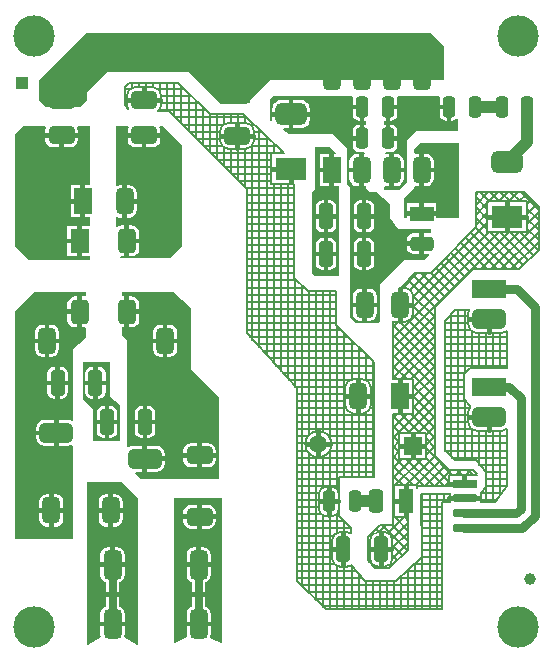
<source format=gbl>
G04*
G04 #@! TF.GenerationSoftware,Altium Limited,Altium Designer,18.1.7 (191)*
G04*
G04 Layer_Physical_Order=2*
G04 Layer_Color=16711680*
%FSLAX25Y25*%
%MOIN*%
G70*
G01*
G75*
%ADD30R,0.05906X0.08661*%
G04:AMPARAMS|DCode=31|XSize=59.06mil|YSize=86.61mil|CornerRadius=14.76mil|HoleSize=0mil|Usage=FLASHONLY|Rotation=0.000|XOffset=0mil|YOffset=0mil|HoleType=Round|Shape=RoundedRectangle|*
%AMROUNDEDRECTD31*
21,1,0.05906,0.05709,0,0,0.0*
21,1,0.02953,0.08661,0,0,0.0*
1,1,0.02953,0.01476,-0.02854*
1,1,0.02953,-0.01476,-0.02854*
1,1,0.02953,-0.01476,0.02854*
1,1,0.02953,0.01476,0.02854*
%
%ADD31ROUNDEDRECTD31*%
%ADD32R,0.04724X0.07874*%
G04:AMPARAMS|DCode=33|XSize=47.24mil|YSize=78.74mil|CornerRadius=11.81mil|HoleSize=0mil|Usage=FLASHONLY|Rotation=180.000|XOffset=0mil|YOffset=0mil|HoleType=Round|Shape=RoundedRectangle|*
%AMROUNDEDRECTD33*
21,1,0.04724,0.05512,0,0,180.0*
21,1,0.02362,0.07874,0,0,180.0*
1,1,0.02362,-0.01181,0.02756*
1,1,0.02362,0.01181,0.02756*
1,1,0.02362,0.01181,-0.02756*
1,1,0.02362,-0.01181,-0.02756*
%
%ADD33ROUNDEDRECTD33*%
%ADD34R,0.08661X0.05906*%
G04:AMPARAMS|DCode=35|XSize=59.06mil|YSize=86.61mil|CornerRadius=14.76mil|HoleSize=0mil|Usage=FLASHONLY|Rotation=270.000|XOffset=0mil|YOffset=0mil|HoleType=Round|Shape=RoundedRectangle|*
%AMROUNDEDRECTD35*
21,1,0.05906,0.05709,0,0,270.0*
21,1,0.02953,0.08661,0,0,270.0*
1,1,0.02953,-0.02854,-0.01476*
1,1,0.02953,-0.02854,0.01476*
1,1,0.02953,0.02854,0.01476*
1,1,0.02953,0.02854,-0.01476*
%
%ADD35ROUNDEDRECTD35*%
%ADD36R,0.07874X0.04724*%
G04:AMPARAMS|DCode=37|XSize=47.24mil|YSize=78.74mil|CornerRadius=11.81mil|HoleSize=0mil|Usage=FLASHONLY|Rotation=90.000|XOffset=0mil|YOffset=0mil|HoleType=Round|Shape=RoundedRectangle|*
%AMROUNDEDRECTD37*
21,1,0.04724,0.05512,0,0,90.0*
21,1,0.02362,0.07874,0,0,90.0*
1,1,0.02362,0.02756,0.01181*
1,1,0.02362,0.02756,-0.01181*
1,1,0.02362,-0.02756,-0.01181*
1,1,0.02362,-0.02756,0.01181*
%
%ADD37ROUNDEDRECTD37*%
G04:AMPARAMS|DCode=38|XSize=112.21mil|YSize=64.96mil|CornerRadius=16.24mil|HoleSize=0mil|Usage=FLASHONLY|Rotation=180.000|XOffset=0mil|YOffset=0mil|HoleType=Round|Shape=RoundedRectangle|*
%AMROUNDEDRECTD38*
21,1,0.11221,0.03248,0,0,180.0*
21,1,0.07972,0.06496,0,0,180.0*
1,1,0.03248,-0.03986,0.01624*
1,1,0.03248,0.03986,0.01624*
1,1,0.03248,0.03986,-0.01624*
1,1,0.03248,-0.03986,-0.01624*
%
%ADD38ROUNDEDRECTD38*%
G04:AMPARAMS|DCode=39|XSize=29.53mil|YSize=78.74mil|CornerRadius=7.38mil|HoleSize=0mil|Usage=FLASHONLY|Rotation=90.000|XOffset=0mil|YOffset=0mil|HoleType=Round|Shape=RoundedRectangle|*
%AMROUNDEDRECTD39*
21,1,0.02953,0.06398,0,0,90.0*
21,1,0.01476,0.07874,0,0,90.0*
1,1,0.01476,0.03199,0.00738*
1,1,0.01476,0.03199,-0.00738*
1,1,0.01476,-0.03199,-0.00738*
1,1,0.01476,-0.03199,0.00738*
%
%ADD39ROUNDEDRECTD39*%
%ADD40R,0.07874X0.02953*%
%ADD41R,0.11221X0.06496*%
G04:AMPARAMS|DCode=42|XSize=64.96mil|YSize=112.21mil|CornerRadius=16.24mil|HoleSize=0mil|Usage=FLASHONLY|Rotation=90.000|XOffset=0mil|YOffset=0mil|HoleType=Round|Shape=RoundedRectangle|*
%AMROUNDEDRECTD42*
21,1,0.06496,0.07972,0,0,90.0*
21,1,0.03248,0.11221,0,0,90.0*
1,1,0.03248,0.03986,0.01624*
1,1,0.03248,0.03986,-0.01624*
1,1,0.03248,-0.03986,-0.01624*
1,1,0.03248,-0.03986,0.01624*
%
%ADD42ROUNDEDRECTD42*%
%ADD43C,0.13780*%
%ADD44C,0.00800*%
%ADD45R,0.06102X0.08268*%
G04:AMPARAMS|DCode=46|XSize=82.68mil|YSize=61.02mil|CornerRadius=15.26mil|HoleSize=0mil|Usage=FLASHONLY|Rotation=90.000|XOffset=0mil|YOffset=0mil|HoleType=Round|Shape=RoundedRectangle|*
%AMROUNDEDRECTD46*
21,1,0.08268,0.03051,0,0,90.0*
21,1,0.05217,0.06102,0,0,90.0*
1,1,0.03051,0.01526,0.02608*
1,1,0.03051,0.01526,-0.02608*
1,1,0.03051,-0.01526,-0.02608*
1,1,0.03051,-0.01526,0.02608*
%
%ADD46ROUNDEDRECTD46*%
%ADD47C,0.05906*%
%ADD48R,0.05906X0.05906*%
%ADD49R,0.02559X0.10433*%
G04:AMPARAMS|DCode=50|XSize=86.61mil|YSize=47.24mil|CornerRadius=11.81mil|HoleSize=0mil|Usage=FLASHONLY|Rotation=90.000|XOffset=0mil|YOffset=0mil|HoleType=Round|Shape=RoundedRectangle|*
%AMROUNDEDRECTD50*
21,1,0.08661,0.02362,0,0,90.0*
21,1,0.06299,0.04724,0,0,90.0*
1,1,0.02362,0.01181,0.03150*
1,1,0.02362,0.01181,-0.03150*
1,1,0.02362,-0.01181,-0.03150*
1,1,0.02362,-0.01181,0.03150*
%
%ADD50ROUNDEDRECTD50*%
G04:AMPARAMS|DCode=51|XSize=70.87mil|YSize=39.37mil|CornerRadius=9.84mil|HoleSize=0mil|Usage=FLASHONLY|Rotation=90.000|XOffset=0mil|YOffset=0mil|HoleType=Round|Shape=RoundedRectangle|*
%AMROUNDEDRECTD51*
21,1,0.07087,0.01968,0,0,90.0*
21,1,0.05118,0.03937,0,0,90.0*
1,1,0.01968,0.00984,0.02559*
1,1,0.01968,0.00984,-0.02559*
1,1,0.01968,-0.00984,-0.02559*
1,1,0.01968,-0.00984,0.02559*
%
%ADD51ROUNDEDRECTD51*%
G04:AMPARAMS|DCode=52|XSize=104.33mil|YSize=72.84mil|CornerRadius=18.21mil|HoleSize=0mil|Usage=FLASHONLY|Rotation=0.000|XOffset=0mil|YOffset=0mil|HoleType=Round|Shape=RoundedRectangle|*
%AMROUNDEDRECTD52*
21,1,0.10433,0.03642,0,0,0.0*
21,1,0.06791,0.07284,0,0,0.0*
1,1,0.03642,0.03396,-0.01821*
1,1,0.03642,-0.03396,-0.01821*
1,1,0.03642,-0.03396,0.01821*
1,1,0.03642,0.03396,0.01821*
%
%ADD52ROUNDEDRECTD52*%
%ADD53R,0.10433X0.07284*%
%ADD54R,0.03937X0.03937*%
%ADD55C,0.03937*%
%ADD56C,0.01575*%
%ADD57C,0.05906*%
%ADD58C,0.02953*%
%ADD59C,0.03937*%
G04:AMPARAMS|DCode=60|XSize=98.43mil|YSize=59.06mil|CornerRadius=14.76mil|HoleSize=0mil|Usage=FLASHONLY|Rotation=90.000|XOffset=0mil|YOffset=0mil|HoleType=Round|Shape=RoundedRectangle|*
%AMROUNDEDRECTD60*
21,1,0.09843,0.02953,0,0,90.0*
21,1,0.06890,0.05906,0,0,90.0*
1,1,0.02953,0.01476,0.03445*
1,1,0.02953,0.01476,-0.03445*
1,1,0.02953,-0.01476,-0.03445*
1,1,0.02953,-0.01476,0.03445*
%
%ADD60ROUNDEDRECTD60*%
G36*
X150500Y207000D02*
X150500Y196000D01*
X92597Y196000D01*
X84597Y188000D01*
X76000Y188000D01*
X65500Y198500D01*
X38295Y198500D01*
X31500Y191705D01*
X31500Y189354D01*
X29374Y187000D01*
X17850D01*
X15500Y189350D01*
X15500Y196000D01*
X31000Y211500D01*
X146000D01*
X150500Y207000D01*
D02*
G37*
G36*
X63295Y173995D02*
X63295Y140766D01*
X59029Y136500D01*
X42750Y136500D01*
X42580Y136749D01*
X42878Y137199D01*
X43238Y137128D01*
X43976D01*
Y142311D01*
Y147494D01*
X43238D01*
X42253Y147298D01*
X41500Y146795D01*
X41000Y146947D01*
Y150155D01*
X41441Y150391D01*
X41557Y150313D01*
X42524Y150121D01*
X43213D01*
Y155500D01*
Y160879D01*
X42524D01*
X41557Y160687D01*
X41441Y160609D01*
X41000Y160845D01*
Y180500D01*
X45155D01*
X45391Y180059D01*
X45313Y179943D01*
X45121Y178976D01*
Y178287D01*
X50500D01*
X55879D01*
Y178976D01*
X55687Y179943D01*
X55609Y180059D01*
X55845Y180500D01*
X56790D01*
X63295Y173995D01*
D02*
G37*
G36*
X32500Y160831D02*
X30787D01*
Y155500D01*
Y150169D01*
X32500D01*
Y147445D01*
X29803D01*
Y142311D01*
Y137177D01*
X32500D01*
Y136000D01*
X12000D01*
X7500Y140500D01*
X7500Y178000D01*
X10000Y180500D01*
X17655Y180500D01*
X17891Y180059D01*
X17813Y179943D01*
X17621Y178976D01*
Y178287D01*
X23000D01*
X28379D01*
Y178976D01*
X28187Y179943D01*
X28109Y180059D01*
X28345Y180500D01*
X32500Y180500D01*
Y160831D01*
D02*
G37*
G36*
X155500Y150106D02*
X147937D01*
Y150657D01*
X143000D01*
X138063D01*
Y150106D01*
X137087D01*
X137087Y156455D01*
X140500Y159868D01*
Y160263D01*
X141000Y160674D01*
X141524Y160570D01*
X142213D01*
Y165949D01*
Y171328D01*
X141524D01*
X141000Y171224D01*
X140500Y171634D01*
Y173032D01*
X142408Y174940D01*
X155500D01*
Y150106D01*
D02*
G37*
G36*
X149258Y190043D02*
X149162Y189559D01*
Y187787D01*
X152169D01*
Y187000D01*
X152957D01*
Y182418D01*
X153153D01*
X153928Y182572D01*
X154500Y182954D01*
X155000Y182801D01*
Y179059D01*
X141193D01*
X138000Y175866D01*
X138000Y161760D01*
X135607Y159368D01*
X130863Y159368D01*
X130500Y159705D01*
Y160263D01*
X131000Y160674D01*
X131524Y160570D01*
X132213D01*
Y165949D01*
Y171328D01*
X131524D01*
X131260Y171276D01*
X130896Y171574D01*
X131212Y171918D01*
X132815D01*
X133589Y172072D01*
X134246Y172510D01*
X134684Y173167D01*
X134838Y173941D01*
Y175713D01*
X131831D01*
Y176500D01*
X131043D01*
Y181082D01*
X130847D01*
X130500Y181367D01*
Y182133D01*
X130847Y182418D01*
X131043D01*
Y187000D01*
X131831D01*
Y187787D01*
X134838D01*
Y189559D01*
X134742Y190043D01*
X135099Y190543D01*
X148901Y190543D01*
X149258Y190043D01*
D02*
G37*
G36*
X120249Y190000D02*
X120162Y189559D01*
Y187787D01*
X123169D01*
Y187000D01*
X123957D01*
Y182418D01*
X124153D01*
X124500Y182133D01*
Y181367D01*
X124153Y181082D01*
X123957D01*
Y176500D01*
X123169D01*
Y175713D01*
X120162D01*
Y173941D01*
X120316Y173167D01*
X120754Y172510D01*
X121411Y172072D01*
X122185Y171918D01*
X123764D01*
X124116Y171418D01*
X124084Y171328D01*
X123787D01*
Y165949D01*
Y160570D01*
X124476D01*
X124500Y160550D01*
Y159815D01*
X125970Y158500D01*
X127833D01*
X132500Y154500D01*
Y150025D01*
X135126Y146445D01*
X146000D01*
Y145050D01*
X145756Y144850D01*
X143787D01*
Y141445D01*
Y138040D01*
X145357D01*
X145564Y137540D01*
X144024Y136000D01*
X137126Y136000D01*
X129000Y127874D01*
X129000Y115354D01*
X128647Y115000D01*
X121093Y115000D01*
X119127Y116967D01*
X119127Y160316D01*
X118000Y161443D01*
X118000Y173295D01*
X113295Y178000D01*
X98983D01*
X96949Y179412D01*
X97098Y179889D01*
X98713D01*
Y183768D01*
X93259D01*
Y182734D01*
X93263Y182704D01*
X92826Y182432D01*
X92500Y182634D01*
X92500Y189500D01*
X93519Y190500D01*
X119872D01*
X120249Y190000D01*
D02*
G37*
G36*
X112500Y173646D02*
X114404Y171741D01*
X114213Y171280D01*
X113787D01*
Y165949D01*
Y160618D01*
X115492D01*
X115492Y130500D01*
X107500D01*
X106346Y131654D01*
X106346Y158366D01*
X107657Y159677D01*
X107657Y173646D01*
X112500Y173646D01*
D02*
G37*
G36*
X31000Y125185D02*
Y124175D01*
X30673Y123907D01*
X30500Y123872D01*
X29803D01*
Y118689D01*
Y113506D01*
X30541D01*
X30613Y113520D01*
X31000Y113203D01*
Y110035D01*
X26819Y106146D01*
X26861Y82585D01*
X26362Y82323D01*
X25907Y82511D01*
X25222Y82601D01*
X22024D01*
Y78331D01*
Y74060D01*
X25222D01*
X25907Y74150D01*
X26376Y74344D01*
X26877Y74092D01*
X26932Y43354D01*
X26579Y43000D01*
X7500Y43000D01*
X7500Y119000D01*
X13685Y125185D01*
X31000Y125185D01*
D02*
G37*
G36*
X39000Y102000D02*
Y90254D01*
X42500Y87573D01*
X42500Y75500D01*
X33500Y75500D01*
X33500Y86393D01*
X30000Y89343D01*
Y102000D01*
X39000Y102000D01*
D02*
G37*
G36*
X66000Y120000D02*
X66000Y99500D01*
X75349Y90151D01*
Y62992D01*
X49575D01*
X47630Y64937D01*
X47821Y65399D01*
X49976D01*
Y69669D01*
Y73940D01*
X46778D01*
X46093Y73850D01*
X45454Y73585D01*
X45287Y73457D01*
X44787Y73703D01*
Y109213D01*
X43067Y110933D01*
X43067Y110933D01*
X43067Y110933D01*
Y113365D01*
X43238Y113506D01*
X43976D01*
Y118689D01*
Y123872D01*
X43238D01*
X43067Y124013D01*
Y125185D01*
X52185Y125185D01*
X60205D01*
X66000Y120000D01*
D02*
G37*
G36*
X76500Y8476D02*
X76075Y8213D01*
X72600Y9950D01*
X72522Y10246D01*
X72714Y11213D01*
Y13870D01*
X68713D01*
X64711D01*
Y11213D01*
X64903Y10246D01*
X64890Y10195D01*
X60925Y8213D01*
X60500Y8476D01*
Y56630D01*
X76500Y56630D01*
X76500Y8476D01*
D02*
G37*
G36*
X48500Y56630D02*
Y7995D01*
X48068Y7743D01*
X43838Y10125D01*
X43809Y10246D01*
X44001Y11213D01*
Y13870D01*
X40000D01*
X35999D01*
Y11213D01*
X36166Y10373D01*
X31936Y7769D01*
X31500Y8013D01*
Y61811D01*
X43319D01*
X48500Y56630D01*
D02*
G37*
%LPC*%
G36*
X55879Y176713D02*
X51287D01*
Y173499D01*
X53354D01*
X54321Y173691D01*
X55140Y174238D01*
X55687Y175057D01*
X55879Y176024D01*
Y176713D01*
D02*
G37*
G36*
X49713D02*
X45121D01*
Y176024D01*
X45313Y175057D01*
X45860Y174238D01*
X46679Y173691D01*
X47646Y173499D01*
X49713D01*
Y176713D01*
D02*
G37*
G36*
X45476Y160879D02*
X44787D01*
Y156287D01*
X48001D01*
Y158354D01*
X47809Y159321D01*
X47262Y160140D01*
X46443Y160687D01*
X45476Y160879D01*
D02*
G37*
G36*
X48001Y154713D02*
X44787D01*
Y150121D01*
X45476D01*
X46443Y150313D01*
X47262Y150860D01*
X47809Y151679D01*
X48001Y152646D01*
Y154713D01*
D02*
G37*
G36*
X46289Y147494D02*
X45551D01*
Y143098D01*
X48864D01*
Y144919D01*
X48669Y145905D01*
X48110Y146740D01*
X47275Y147298D01*
X46289Y147494D01*
D02*
G37*
G36*
X48864Y141524D02*
X45551D01*
Y137128D01*
X46289D01*
X47275Y137324D01*
X48110Y137882D01*
X48669Y138717D01*
X48864Y139703D01*
Y141524D01*
D02*
G37*
G36*
X28379Y176713D02*
X23787D01*
Y173499D01*
X25854D01*
X26821Y173691D01*
X27640Y174238D01*
X28187Y175057D01*
X28379Y176024D01*
Y176713D01*
D02*
G37*
G36*
X22213D02*
X17621D01*
Y176024D01*
X17813Y175057D01*
X18360Y174238D01*
X19179Y173691D01*
X20146Y173499D01*
X22213D01*
Y176713D01*
D02*
G37*
G36*
X29213Y160831D02*
X26047D01*
Y156287D01*
X29213D01*
Y160831D01*
D02*
G37*
G36*
Y154713D02*
X26047D01*
Y150169D01*
X29213D01*
Y154713D01*
D02*
G37*
G36*
X28228Y147445D02*
X24965D01*
Y143098D01*
X28228D01*
Y147445D01*
D02*
G37*
G36*
Y141524D02*
X24965D01*
Y137177D01*
X28228D01*
Y141524D01*
D02*
G37*
G36*
X144476Y171328D02*
X143787D01*
Y166736D01*
X147001D01*
Y168803D01*
X146809Y169769D01*
X146262Y170589D01*
X145443Y171136D01*
X144476Y171328D01*
D02*
G37*
G36*
X147001Y165161D02*
X143787D01*
Y160570D01*
X144476D01*
X145443Y160762D01*
X146262Y161309D01*
X146809Y162128D01*
X147001Y163094D01*
Y165161D01*
D02*
G37*
G36*
X147937Y154807D02*
X143787D01*
Y152232D01*
X147937D01*
Y154807D01*
D02*
G37*
G36*
X142213D02*
X138063D01*
Y152232D01*
X142213D01*
Y154807D01*
D02*
G37*
G36*
X151382Y186213D02*
X149162D01*
Y184441D01*
X149316Y183667D01*
X149754Y183010D01*
X150411Y182572D01*
X151185Y182418D01*
X151382D01*
Y186213D01*
D02*
G37*
G36*
X134838D02*
X132618D01*
Y182418D01*
X132815D01*
X133589Y182572D01*
X134246Y183010D01*
X134684Y183667D01*
X134838Y184441D01*
Y186213D01*
D02*
G37*
G36*
X132815Y181082D02*
X132618D01*
Y177287D01*
X134838D01*
Y179059D01*
X134684Y179833D01*
X134246Y180490D01*
X133589Y180928D01*
X132815Y181082D01*
D02*
G37*
G36*
X134476Y171328D02*
X133787D01*
Y166736D01*
X137001D01*
Y168803D01*
X136809Y169769D01*
X136262Y170589D01*
X135443Y171136D01*
X134476Y171328D01*
D02*
G37*
G36*
X137001Y165161D02*
X133787D01*
Y160570D01*
X134476D01*
X135443Y160762D01*
X136262Y161309D01*
X136809Y162128D01*
X137001Y163094D01*
Y165161D01*
D02*
G37*
G36*
X102896Y189221D02*
X100287D01*
Y185343D01*
X105741D01*
Y186376D01*
X105644Y187112D01*
X105360Y187799D01*
X104908Y188388D01*
X104318Y188840D01*
X103632Y189124D01*
X102896Y189221D01*
D02*
G37*
G36*
X98713D02*
X96104D01*
X95368Y189124D01*
X94682Y188840D01*
X94093Y188388D01*
X93640Y187799D01*
X93356Y187112D01*
X93259Y186376D01*
Y185343D01*
X98713D01*
Y189221D01*
D02*
G37*
G36*
X122382Y186213D02*
X120162D01*
Y184441D01*
X120316Y183667D01*
X120754Y183010D01*
X121411Y182572D01*
X122185Y182418D01*
X122382D01*
Y186213D01*
D02*
G37*
G36*
X105741Y183768D02*
X100287D01*
Y179889D01*
X102896D01*
X103632Y179986D01*
X104318Y180270D01*
X104908Y180722D01*
X105360Y181312D01*
X105644Y181998D01*
X105741Y182734D01*
Y183768D01*
D02*
G37*
G36*
X122382Y181082D02*
X122185D01*
X121411Y180928D01*
X120754Y180490D01*
X120316Y179833D01*
X120162Y179059D01*
Y177287D01*
X122382D01*
Y181082D01*
D02*
G37*
G36*
X122213Y171328D02*
X121524D01*
X120557Y171136D01*
X119738Y170589D01*
X119191Y169769D01*
X118999Y168803D01*
Y166736D01*
X122213D01*
Y171328D01*
D02*
G37*
G36*
Y165161D02*
X118999D01*
Y163094D01*
X119191Y162128D01*
X119738Y161309D01*
X120557Y160762D01*
X121524Y160570D01*
X122213D01*
Y165161D01*
D02*
G37*
G36*
X124980Y155873D02*
X124587D01*
Y151287D01*
X127204D01*
Y153650D01*
X127035Y154501D01*
X126553Y155222D01*
X125831Y155704D01*
X124980Y155873D01*
D02*
G37*
G36*
X123012D02*
X122618D01*
X121767Y155704D01*
X121046Y155222D01*
X120564Y154501D01*
X120394Y153650D01*
Y151287D01*
X123012D01*
Y155873D01*
D02*
G37*
G36*
X127204Y149713D02*
X124587D01*
Y145127D01*
X124980D01*
X125831Y145296D01*
X126553Y145778D01*
X127035Y146499D01*
X127204Y147350D01*
Y149713D01*
D02*
G37*
G36*
X123012D02*
X120394D01*
Y147350D01*
X120564Y146499D01*
X121046Y145778D01*
X121767Y145296D01*
X122618Y145127D01*
X123012D01*
Y149713D01*
D02*
G37*
G36*
X142213Y144850D02*
X140244D01*
X139393Y144680D01*
X138672Y144198D01*
X138189Y143477D01*
X138020Y142626D01*
Y142232D01*
X142213D01*
Y144850D01*
D02*
G37*
G36*
X124980Y143373D02*
X124587D01*
Y138787D01*
X127204D01*
Y141150D01*
X127035Y142001D01*
X126553Y142722D01*
X125831Y143204D01*
X124980Y143373D01*
D02*
G37*
G36*
X123012D02*
X122618D01*
X121767Y143204D01*
X121046Y142722D01*
X120564Y142001D01*
X120394Y141150D01*
Y138787D01*
X123012D01*
Y143373D01*
D02*
G37*
G36*
X142213Y140657D02*
X138020D01*
Y140264D01*
X138189Y139413D01*
X138672Y138691D01*
X139393Y138209D01*
X140244Y138040D01*
X142213D01*
Y140657D01*
D02*
G37*
G36*
X127204Y137213D02*
X124587D01*
Y132627D01*
X124980D01*
X125831Y132796D01*
X126553Y133278D01*
X127035Y133999D01*
X127204Y134850D01*
Y137213D01*
D02*
G37*
G36*
X123012D02*
X120394D01*
Y134850D01*
X120564Y133999D01*
X121046Y133278D01*
X121767Y132796D01*
X122618Y132627D01*
X123012D01*
Y137213D01*
D02*
G37*
G36*
X125571Y126379D02*
X124882D01*
Y121787D01*
X128096D01*
Y123854D01*
X127903Y124821D01*
X127356Y125640D01*
X126537Y126187D01*
X125571Y126379D01*
D02*
G37*
G36*
X123307D02*
X122618D01*
X121652Y126187D01*
X120833Y125640D01*
X120285Y124821D01*
X120093Y123854D01*
Y121787D01*
X123307D01*
Y126379D01*
D02*
G37*
G36*
X128096Y120213D02*
X124882D01*
Y115621D01*
X125571D01*
X126537Y115813D01*
X127356Y116360D01*
X127903Y117179D01*
X128096Y118146D01*
Y120213D01*
D02*
G37*
G36*
X123307D02*
X120093D01*
Y118146D01*
X120285Y117179D01*
X120833Y116360D01*
X121652Y115813D01*
X122618Y115621D01*
X123307D01*
Y120213D01*
D02*
G37*
G36*
X112213Y171280D02*
X109047D01*
Y166736D01*
X112213D01*
Y171280D01*
D02*
G37*
G36*
Y165161D02*
X109047D01*
Y160618D01*
X112213D01*
Y165161D01*
D02*
G37*
G36*
X112382Y155873D02*
X111988D01*
Y151287D01*
X114606D01*
Y153650D01*
X114436Y154501D01*
X113954Y155222D01*
X113233Y155704D01*
X112382Y155873D01*
D02*
G37*
G36*
X110413D02*
X110020D01*
X109169Y155704D01*
X108447Y155222D01*
X107965Y154501D01*
X107796Y153650D01*
Y151287D01*
X110413D01*
Y155873D01*
D02*
G37*
G36*
X114606Y149713D02*
X111988D01*
Y145127D01*
X112382D01*
X113233Y145296D01*
X113954Y145778D01*
X114436Y146499D01*
X114606Y147350D01*
Y149713D01*
D02*
G37*
G36*
X110413D02*
X107796D01*
Y147350D01*
X107965Y146499D01*
X108447Y145778D01*
X109169Y145296D01*
X110020Y145127D01*
X110413D01*
Y149713D01*
D02*
G37*
G36*
X112382Y143373D02*
X111988D01*
Y138787D01*
X114606D01*
Y141150D01*
X114436Y142001D01*
X113954Y142722D01*
X113233Y143204D01*
X112382Y143373D01*
D02*
G37*
G36*
X110413D02*
X110020D01*
X109169Y143204D01*
X108447Y142722D01*
X107965Y142001D01*
X107796Y141150D01*
Y138787D01*
X110413D01*
Y143373D01*
D02*
G37*
G36*
X114606Y137213D02*
X111988D01*
Y132627D01*
X112382D01*
X113233Y132796D01*
X113954Y133278D01*
X114436Y133999D01*
X114606Y134850D01*
Y137213D01*
D02*
G37*
G36*
X110413D02*
X107796D01*
Y134850D01*
X107965Y133999D01*
X108447Y133278D01*
X109169Y132796D01*
X110020Y132627D01*
X110413D01*
Y137213D01*
D02*
G37*
G36*
X28228Y123872D02*
X27490D01*
X26505Y123676D01*
X25669Y123118D01*
X25111Y122283D01*
X24915Y121297D01*
Y119476D01*
X28228D01*
Y123872D01*
D02*
G37*
G36*
Y117902D02*
X24915D01*
Y116081D01*
X25111Y115095D01*
X25669Y114260D01*
X26505Y113702D01*
X27490Y113506D01*
X28228D01*
Y117902D01*
D02*
G37*
G36*
X19634Y114379D02*
X18945D01*
Y109787D01*
X22159D01*
Y111854D01*
X21967Y112821D01*
X21419Y113640D01*
X20600Y114187D01*
X19634Y114379D01*
D02*
G37*
G36*
X17370D02*
X16681D01*
X15715Y114187D01*
X14896Y113640D01*
X14348Y112821D01*
X14156Y111854D01*
Y109787D01*
X17370D01*
Y114379D01*
D02*
G37*
G36*
X22159Y108213D02*
X18945D01*
Y103621D01*
X19634D01*
X20600Y103813D01*
X21419Y104360D01*
X21967Y105179D01*
X22159Y106146D01*
Y108213D01*
D02*
G37*
G36*
X17370D02*
X14156D01*
Y106146D01*
X14348Y105179D01*
X14896Y104360D01*
X15715Y103813D01*
X16681Y103621D01*
X17370D01*
Y108213D01*
D02*
G37*
G36*
X22882Y100373D02*
X22488D01*
Y95787D01*
X25106D01*
Y98150D01*
X24936Y99001D01*
X24454Y99722D01*
X23733Y100204D01*
X22882Y100373D01*
D02*
G37*
G36*
X20913D02*
X20520D01*
X19669Y100204D01*
X18947Y99722D01*
X18465Y99001D01*
X18296Y98150D01*
Y95787D01*
X20913D01*
Y100373D01*
D02*
G37*
G36*
X25106Y94213D02*
X22488D01*
Y89627D01*
X22882D01*
X23733Y89796D01*
X24454Y90278D01*
X24936Y90999D01*
X25106Y91850D01*
Y94213D01*
D02*
G37*
G36*
X20913D02*
X18296D01*
Y91850D01*
X18465Y90999D01*
X18947Y90278D01*
X19669Y89796D01*
X20520Y89627D01*
X20913D01*
Y94213D01*
D02*
G37*
G36*
X20449Y82601D02*
X17250D01*
X16565Y82511D01*
X15927Y82247D01*
X15379Y81826D01*
X14958Y81278D01*
X14694Y80640D01*
X14603Y79955D01*
Y79118D01*
X20449D01*
Y82601D01*
D02*
G37*
G36*
Y77543D02*
X14603D01*
Y76707D01*
X14694Y76022D01*
X14958Y75384D01*
X15379Y74835D01*
X15927Y74415D01*
X16565Y74150D01*
X17250Y74060D01*
X20449D01*
Y77543D01*
D02*
G37*
G36*
X21134Y57879D02*
X20445D01*
Y53287D01*
X23659D01*
Y55354D01*
X23466Y56321D01*
X22919Y57140D01*
X22100Y57687D01*
X21134Y57879D01*
D02*
G37*
G36*
X18870D02*
X18181D01*
X17215Y57687D01*
X16396Y57140D01*
X15848Y56321D01*
X15656Y55354D01*
Y53287D01*
X18870D01*
Y57879D01*
D02*
G37*
G36*
X23659Y51713D02*
X20445D01*
Y47121D01*
X21134D01*
X22100Y47313D01*
X22919Y47860D01*
X23466Y48679D01*
X23659Y49646D01*
Y51713D01*
D02*
G37*
G36*
X18870D02*
X15656D01*
Y49646D01*
X15848Y48679D01*
X16396Y47860D01*
X17215Y47313D01*
X18181Y47121D01*
X18870D01*
Y51713D01*
D02*
G37*
G36*
X35480Y100373D02*
X35087D01*
Y95787D01*
X37704D01*
Y98150D01*
X37535Y99001D01*
X37053Y99722D01*
X36331Y100204D01*
X35480Y100373D01*
D02*
G37*
G36*
X33512D02*
X33118D01*
X32267Y100204D01*
X31546Y99722D01*
X31064Y99001D01*
X30894Y98150D01*
Y95787D01*
X33512D01*
Y100373D01*
D02*
G37*
G36*
X37704Y94213D02*
X35087D01*
Y89627D01*
X35480D01*
X36331Y89796D01*
X37053Y90278D01*
X37535Y90999D01*
X37704Y91850D01*
Y94213D01*
D02*
G37*
G36*
X33512D02*
X30894D01*
Y91850D01*
X31064Y90999D01*
X31546Y90278D01*
X32267Y89796D01*
X33118Y89627D01*
X33512D01*
Y94213D01*
D02*
G37*
G36*
X39382Y87373D02*
X38988D01*
Y82787D01*
X41606D01*
Y85150D01*
X41436Y86001D01*
X40954Y86722D01*
X40233Y87204D01*
X39382Y87373D01*
D02*
G37*
G36*
X37413D02*
X37020D01*
X36169Y87204D01*
X35447Y86722D01*
X34965Y86001D01*
X34796Y85150D01*
Y82787D01*
X37413D01*
Y87373D01*
D02*
G37*
G36*
X41606Y81213D02*
X38988D01*
Y76627D01*
X39382D01*
X40233Y76796D01*
X40954Y77278D01*
X41436Y77999D01*
X41606Y78850D01*
Y81213D01*
D02*
G37*
G36*
X37413D02*
X34796D01*
Y78850D01*
X34965Y77999D01*
X35447Y77278D01*
X36169Y76796D01*
X37020Y76627D01*
X37413D01*
Y81213D01*
D02*
G37*
G36*
X46289Y123872D02*
X45551D01*
Y119476D01*
X48864D01*
Y121297D01*
X48669Y122283D01*
X48110Y123118D01*
X47275Y123676D01*
X46289Y123872D01*
D02*
G37*
G36*
X48864Y117902D02*
X45551D01*
Y113506D01*
X46289D01*
X47275Y113702D01*
X48110Y114260D01*
X48669Y115095D01*
X48864Y116081D01*
Y117902D01*
D02*
G37*
G36*
X59004Y114379D02*
X58315D01*
Y109787D01*
X61529D01*
Y111854D01*
X61337Y112821D01*
X60789Y113640D01*
X59970Y114187D01*
X59004Y114379D01*
D02*
G37*
G36*
X56740D02*
X56051D01*
X55085Y114187D01*
X54266Y113640D01*
X53719Y112821D01*
X53526Y111854D01*
Y109787D01*
X56740D01*
Y114379D01*
D02*
G37*
G36*
X61529Y108213D02*
X58315D01*
Y103621D01*
X59004D01*
X59970Y103813D01*
X60789Y104360D01*
X61337Y105179D01*
X61529Y106146D01*
Y108213D01*
D02*
G37*
G36*
X56740D02*
X53526D01*
Y106146D01*
X53719Y105179D01*
X54266Y104360D01*
X55085Y103813D01*
X56051Y103621D01*
X56740D01*
Y108213D01*
D02*
G37*
G36*
X51980Y87373D02*
X51587D01*
Y82787D01*
X54204D01*
Y85150D01*
X54035Y86001D01*
X53553Y86722D01*
X52831Y87204D01*
X51980Y87373D01*
D02*
G37*
G36*
X50012D02*
X49618D01*
X48767Y87204D01*
X48046Y86722D01*
X47563Y86001D01*
X47394Y85150D01*
Y82787D01*
X50012D01*
Y87373D01*
D02*
G37*
G36*
X54204Y81213D02*
X51587D01*
Y76627D01*
X51980D01*
X52831Y76796D01*
X53553Y77278D01*
X54035Y77999D01*
X54204Y78850D01*
Y81213D01*
D02*
G37*
G36*
X50012D02*
X47394D01*
Y78850D01*
X47563Y77999D01*
X48046Y77278D01*
X48767Y76796D01*
X49618Y76627D01*
X50012D01*
Y81213D01*
D02*
G37*
G36*
X71854Y74867D02*
X69787D01*
Y71653D01*
X74379D01*
Y72342D01*
X74187Y73308D01*
X73640Y74128D01*
X72821Y74675D01*
X71854Y74867D01*
D02*
G37*
G36*
X68213D02*
X66146D01*
X65179Y74675D01*
X64360Y74128D01*
X63813Y73308D01*
X63621Y72342D01*
Y71653D01*
X68213D01*
Y74867D01*
D02*
G37*
G36*
X54750Y73940D02*
X51551D01*
Y70457D01*
X57397D01*
Y71293D01*
X57306Y71978D01*
X57042Y72616D01*
X56621Y73165D01*
X56073Y73585D01*
X55435Y73850D01*
X54750Y73940D01*
D02*
G37*
G36*
X74379Y70078D02*
X69787D01*
Y66865D01*
X71854D01*
X72821Y67057D01*
X73640Y67604D01*
X74187Y68423D01*
X74379Y69389D01*
Y70078D01*
D02*
G37*
G36*
X68213D02*
X63621D01*
Y69389D01*
X63813Y68423D01*
X64360Y67604D01*
X65179Y67057D01*
X66146Y66865D01*
X68213D01*
Y70078D01*
D02*
G37*
G36*
X57397Y68882D02*
X51551D01*
Y65399D01*
X54750D01*
X55435Y65489D01*
X56073Y65753D01*
X56621Y66174D01*
X57042Y66722D01*
X57306Y67360D01*
X57397Y68045D01*
Y68882D01*
D02*
G37*
G36*
X71854Y54395D02*
X69787D01*
Y51181D01*
X74379D01*
Y51870D01*
X74187Y52836D01*
X73640Y53655D01*
X72821Y54203D01*
X71854Y54395D01*
D02*
G37*
G36*
X68213D02*
X66146D01*
X65179Y54203D01*
X64360Y53655D01*
X63813Y52836D01*
X63621Y51870D01*
Y51181D01*
X68213D01*
Y54395D01*
D02*
G37*
G36*
X74379Y49606D02*
X69787D01*
Y46392D01*
X71854D01*
X72821Y46584D01*
X73640Y47132D01*
X74187Y47951D01*
X74379Y48917D01*
Y49606D01*
D02*
G37*
G36*
X68213D02*
X63621D01*
Y48917D01*
X63813Y47951D01*
X64360Y47132D01*
X65179Y46584D01*
X66146Y46392D01*
X68213D01*
Y49606D01*
D02*
G37*
G36*
X70189Y40312D02*
X69500D01*
Y35130D01*
X72714D01*
Y37787D01*
X72522Y38754D01*
X71974Y39573D01*
X71155Y40120D01*
X70189Y40312D01*
D02*
G37*
G36*
X67925D02*
X67236D01*
X66270Y40120D01*
X65451Y39573D01*
X64903Y38754D01*
X64711Y37787D01*
Y35130D01*
X67925D01*
Y40312D01*
D02*
G37*
G36*
X72714Y33555D02*
X68713D01*
X64711D01*
Y30898D01*
X64903Y29931D01*
X65451Y29112D01*
X66270Y28565D01*
X66433Y28532D01*
Y25287D01*
X68713D01*
X70992D01*
Y28532D01*
X71155Y28565D01*
X71974Y29112D01*
X72522Y29931D01*
X72714Y30898D01*
Y33555D01*
D02*
G37*
G36*
X70992Y23713D02*
X68713D01*
X66433D01*
Y20468D01*
X66270Y20435D01*
X65451Y19888D01*
X64903Y19069D01*
X64711Y18102D01*
Y15445D01*
X68713D01*
X72714D01*
Y18102D01*
X72522Y19069D01*
X71974Y19888D01*
X71155Y20435D01*
X70992Y20468D01*
Y23713D01*
D02*
G37*
G36*
X40819Y57879D02*
X40130D01*
Y53287D01*
X43344D01*
Y55354D01*
X43152Y56321D01*
X42604Y57140D01*
X41785Y57687D01*
X40819Y57879D01*
D02*
G37*
G36*
X38555D02*
X37866D01*
X36900Y57687D01*
X36081Y57140D01*
X35534Y56321D01*
X35341Y55354D01*
Y53287D01*
X38555D01*
Y57879D01*
D02*
G37*
G36*
X43344Y51713D02*
X40130D01*
Y47121D01*
X40819D01*
X41785Y47313D01*
X42604Y47860D01*
X43152Y48679D01*
X43344Y49646D01*
Y51713D01*
D02*
G37*
G36*
X38555D02*
X35341D01*
Y49646D01*
X35534Y48679D01*
X36081Y47860D01*
X36900Y47313D01*
X37866Y47121D01*
X38555D01*
Y51713D01*
D02*
G37*
G36*
X41476Y40312D02*
X40787D01*
Y35130D01*
X44001D01*
Y37787D01*
X43809Y38754D01*
X43262Y39573D01*
X42443Y40120D01*
X41476Y40312D01*
D02*
G37*
G36*
X39213D02*
X38524D01*
X37557Y40120D01*
X36738Y39573D01*
X36191Y38754D01*
X35999Y37787D01*
Y35130D01*
X39213D01*
Y40312D01*
D02*
G37*
G36*
X44001Y33555D02*
X40000D01*
X35999D01*
Y30898D01*
X36191Y29931D01*
X36738Y29112D01*
X37557Y28565D01*
X37721Y28532D01*
Y25287D01*
X40000D01*
X42279D01*
Y28532D01*
X42443Y28565D01*
X43262Y29112D01*
X43809Y29931D01*
X44001Y30898D01*
Y33555D01*
D02*
G37*
G36*
X42279Y23713D02*
X40000D01*
X37721D01*
Y20468D01*
X37557Y20435D01*
X36738Y19888D01*
X36191Y19069D01*
X35999Y18102D01*
Y15445D01*
X40000D01*
X44001D01*
Y18102D01*
X43809Y19069D01*
X43262Y19888D01*
X42443Y20435D01*
X42279Y20468D01*
Y23713D01*
D02*
G37*
%LPD*%
D30*
X113000Y165949D02*
D03*
X135819Y90500D02*
D03*
X30000Y155500D02*
D03*
D31*
X123000Y165949D02*
D03*
X133000D02*
D03*
X143000D02*
D03*
Y197051D02*
D03*
X133000D02*
D03*
X123000D02*
D03*
X113000D02*
D03*
X121819Y90500D02*
D03*
X124094Y121000D02*
D03*
X135906D02*
D03*
X57528Y109000D02*
D03*
X18157D02*
D03*
X44000Y155500D02*
D03*
X39343Y52500D02*
D03*
X19657D02*
D03*
D32*
X137721Y55500D02*
D03*
D33*
X127878D02*
D03*
D34*
X81500Y191349D02*
D03*
D35*
Y177349D02*
D03*
X50500Y177500D02*
D03*
Y189311D02*
D03*
X23000Y177500D02*
D03*
Y189311D02*
D03*
X69000Y50393D02*
D03*
Y70866D02*
D03*
D36*
X143000Y151445D02*
D03*
D37*
Y141445D02*
D03*
D38*
X50764Y69669D02*
D03*
X21236Y78331D02*
D03*
D39*
X157645Y46618D02*
D03*
Y51539D02*
D03*
Y56461D02*
D03*
D40*
Y61382D02*
D03*
D41*
X165500Y93572D02*
D03*
Y126216D02*
D03*
D42*
Y83572D02*
D03*
Y116217D02*
D03*
D43*
X13780Y13780D02*
D03*
Y210630D02*
D03*
X175197Y13780D02*
D03*
Y210630D02*
D03*
D44*
X125809Y36350D02*
G03*
X128390Y33769I2581J0D01*
G01*
Y45231D02*
G03*
X125809Y42650I0J-2581D01*
G01*
X130752Y33769D02*
G03*
X133333Y36350I0J2581D01*
G01*
Y42650D02*
G03*
X130752Y45231I-2581J0D01*
G01*
X133500Y115424D02*
G03*
X134429Y115269I929J2722D01*
G01*
X137382D02*
G03*
X140258Y118146I0J2876D01*
G01*
Y123854D02*
G03*
X137382Y126731I-2876J0D01*
G01*
X111143Y60443D02*
G03*
X108759Y58059I0J-2384D01*
G01*
Y52941D02*
G03*
X111143Y50556I2384J0D01*
G01*
X112987Y74578D02*
G03*
X112987Y74578I-4353J0D01*
G01*
X55035Y185500D02*
G03*
X56231Y187835I-1680J2335D01*
G01*
X44769D02*
G03*
X45138Y186426I2876J0D01*
G01*
X47646Y193664D02*
G03*
X44769Y190787I0J-2876D01*
G01*
X56231D02*
G03*
X53354Y193664I-2876J0D01*
G01*
X75769Y175873D02*
G03*
X78646Y172996I2876J0D01*
G01*
Y181702D02*
G03*
X75769Y178826I0J-2876D01*
G01*
X84354Y172996D02*
G03*
X87231Y175873I0J2876D01*
G01*
Y178826D02*
G03*
X84354Y181702I-2876J0D01*
G01*
X113210Y36350D02*
G03*
X115791Y33769I2581J0D01*
G01*
X118154D02*
G03*
X119523Y34162I0J2581D01*
G01*
X115791Y45231D02*
G03*
X113210Y42650I0J-2581D01*
G01*
X119500Y44852D02*
G03*
X118154Y45231I-1346J-2202D01*
G01*
X113111Y50556D02*
G03*
X115496Y52941I0J2384D01*
G01*
Y58059D02*
G03*
X113111Y60443I-2384J0D01*
G01*
X152308Y55722D02*
G03*
X152380Y55172I2138J0D01*
G01*
X162910D02*
G03*
X162982Y55722I-2066J550D01*
G01*
X152464Y58000D02*
G03*
X152308Y57199I1982J-801D01*
G01*
X162982D02*
G03*
X162747Y58173I-2138J0D01*
G01*
X117466Y87646D02*
G03*
X120343Y84769I2876J0D01*
G01*
X123295D02*
G03*
X126172Y87646I0J2876D01*
G01*
X120343Y96231D02*
G03*
X117466Y93354I0J-2876D01*
G01*
X126172D02*
G03*
X123295Y96231I-2876J0D01*
G01*
X159410Y87368D02*
G03*
X158490Y85196I2104J-2172D01*
G01*
Y81948D02*
G03*
X161514Y78924I3024J0D01*
G01*
X169486D02*
G03*
X171424Y79627I0J3024D01*
G01*
X158918Y119392D02*
G03*
X158490Y117841I2596J-1552D01*
G01*
Y114593D02*
G03*
X161514Y111568I3024J0D01*
G01*
X169486D02*
G03*
X171424Y112271I0J3024D01*
G01*
X127122Y33584D02*
X127475Y33937D01*
X126405Y34386D02*
X127629Y33162D01*
X125000Y35957D02*
X127500Y33162D01*
X125000Y38143D02*
X125809Y38952D01*
X125000Y39131D02*
X125809Y38323D01*
X125545Y35347D02*
X125893Y35695D01*
X130041Y33162D02*
X130648Y33769D01*
X127500Y33162D02*
X132288D01*
X130362Y33769D02*
X130970Y33162D01*
X127122Y33584D02*
X127475Y33937D01*
X128390Y33769D02*
X130752D01*
X132753Y34719D02*
X133299Y34173D01*
X125000Y35957D02*
Y43512D01*
X125809Y36350D02*
Y42650D01*
X125000Y41484D02*
X125809Y42292D01*
X125000Y42472D02*
X125809Y41663D01*
X125000Y43512D02*
X129114Y47626D01*
X133333Y36350D02*
Y42650D01*
X126151Y44662D02*
X126455Y44358D01*
X127821Y46333D02*
X128923Y45231D01*
X128390D02*
X130752D01*
X128747D02*
X131142Y47626D01*
X132288Y33162D02*
X138500Y39374D01*
X129868Y47626D02*
X138310Y39184D01*
X129114Y47626D02*
X133500Y47626D01*
X133209D02*
X138500Y42335D01*
X133294Y43096D02*
X138500Y48302D01*
X133333Y37480D02*
X134969Y35843D01*
X133333Y40820D02*
X136640Y37514D01*
X133333Y36454D02*
X138500Y41621D01*
X133333Y39795D02*
X138500Y44962D01*
X134012Y50163D02*
X138500Y45675D01*
X133333Y39795D02*
X138500Y44962D01*
X138500Y39374D02*
X138500Y50163D01*
X133500Y47626D02*
Y84769D01*
X131845Y44988D02*
X137020Y50163D01*
X133500Y49984D02*
X133958Y50442D01*
X133500Y54016D02*
X133958Y53558D01*
X133500Y57357D02*
X133958Y56898D01*
X133500Y50675D02*
X133958Y50217D01*
X133500Y53324D02*
X133958Y53783D01*
Y50163D02*
Y60837D01*
Y50163D02*
X138500D01*
X137353D02*
X138500Y49016D01*
X133500Y56665D02*
X133958Y57123D01*
X133500Y60006D02*
X133958Y60464D01*
X133500Y60697D02*
X133958Y60239D01*
X133500Y67379D02*
X140042Y60837D01*
X133500Y66687D02*
X136539Y69726D01*
X133500Y70028D02*
X135647Y72175D01*
X133500Y64038D02*
X136701Y60837D01*
X133500Y63346D02*
X139879Y69726D01*
X133958Y60464D02*
X134331Y60837D01*
X133500Y74060D02*
X135647Y71913D01*
Y69726D02*
Y78431D01*
X133500Y73368D02*
X135647Y75516D01*
X133500Y77401D02*
X135647Y75253D01*
X133500Y80741D02*
X135810Y78431D01*
X133500Y84082D02*
X139151Y78431D01*
X133500Y97445D02*
X134714Y96231D01*
X133500Y80050D02*
X138220Y84769D01*
X133500Y83390D02*
X134879Y84769D01*
X133500Y96231D02*
Y115424D01*
Y100785D02*
X138055Y96231D01*
X133500Y113456D02*
X135313Y115269D01*
X134429D02*
X137382D01*
X136052Y126731D02*
X137382D01*
X136836Y127515D02*
X137631Y126720D01*
X133958Y60837D02*
X141483D01*
X134331D02*
X143220Y69726D01*
X133500Y70719D02*
X143719Y60500D01*
X133500Y84769D02*
X140172D01*
X133500Y96231D02*
X140172D01*
X133500Y76709D02*
X147500Y90709D01*
X133500Y104126D02*
X147500Y90126D01*
X135647Y69726D02*
X144353D01*
X137834D02*
X147060Y60500D01*
X137672Y60837D02*
X147500Y70665D01*
X135647Y78431D02*
X144353D01*
X136153Y84769D02*
X142491Y78431D01*
X133500Y110807D02*
X147500Y96807D01*
X133500Y107467D02*
X147500Y93467D01*
X133500Y96753D02*
X147500Y110753D01*
X133500Y100093D02*
X147500Y114093D01*
X133500Y114148D02*
X147500Y100148D01*
X133500Y103434D02*
X147500Y117434D01*
X133500Y110116D02*
X168788Y145403D01*
X135719Y115269D02*
X147500Y103489D01*
X136319Y96231D02*
X147500Y107412D01*
X133500Y106775D02*
X172128Y145403D01*
X136752Y126731D02*
X141522Y131500D01*
X136052Y126731D02*
X140822Y131500D01*
X141483Y59995D02*
Y60837D01*
X139494Y84769D02*
X147500Y76763D01*
X138563Y78431D02*
X147500Y87368D01*
X140172Y87432D02*
X147500Y80104D01*
X141483Y59995D02*
X141988Y60500D01*
X144353Y70858D02*
X147500Y74006D01*
X144353Y69726D02*
Y78431D01*
Y77540D02*
X147500Y80687D01*
X141904Y78431D02*
X147500Y84028D01*
X144353Y76570D02*
X147500Y73423D01*
X144353Y74199D02*
X147500Y77346D01*
X140172Y84769D02*
Y88324D01*
Y86721D02*
X147500Y94050D01*
X140172Y94113D02*
X147500Y86785D01*
X140172Y92850D02*
Y96231D01*
Y93403D02*
X147500Y100731D01*
X139659Y96231D02*
X147500Y104072D01*
X138726Y115603D02*
X147500Y106829D01*
X140258Y88410D02*
Y92763D01*
Y90686D02*
X147500Y83445D01*
Y70598D02*
Y120157D01*
X140258Y118146D02*
Y123854D01*
X140247Y124104D02*
X147500Y116851D01*
X140182Y117488D02*
X147500Y110170D01*
X140258Y120752D02*
X147500Y113511D01*
X141988Y60500D02*
X152308Y60500D01*
X150698D02*
X152308Y62110D01*
X147357Y60500D02*
X152857Y66000D01*
X152308Y60500D02*
Y64258D01*
X161500D01*
X152098Y66000D02*
X160000Y66000D01*
X154456Y64258D02*
X156198Y66000D01*
X157797Y64258D02*
X159538Y66000D01*
X158263D02*
X160005Y64258D01*
X157797D02*
X159538Y66000D01*
X161137Y64258D02*
X161440Y64561D01*
X160000Y66000D02*
X161500Y64500D01*
X140258Y90149D02*
X147500Y97390D01*
X141013Y60837D02*
X149137Y68961D01*
X141175Y69726D02*
X150401Y60500D01*
X138507Y129185D02*
X147517Y120175D01*
X140177Y130856D02*
X149188Y121845D01*
X140258Y120214D02*
X165447Y145403D01*
X140258Y123555D02*
X164883Y148180D01*
X144016Y60500D02*
X150807Y67291D01*
X144353Y69889D02*
X152308Y61933D01*
X154923Y66000D02*
X156664Y64258D01*
X144353Y73229D02*
X153324Y64258D01*
X147500Y70598D02*
X152098Y66000D01*
X142873Y131500D02*
X150858Y123515D01*
X146150Y131564D02*
X152528Y125186D01*
X147500Y120157D02*
X160138Y132796D01*
X139332Y125969D02*
X144862Y131500D01*
X147782Y133272D02*
X154199Y126856D01*
X149415Y134980D02*
X155869Y128526D01*
X140822Y131500D02*
X146088Y131500D01*
X151048Y136688D02*
X157539Y130197D01*
X152681Y138395D02*
X159210Y131867D01*
X146088Y131500D02*
X161000Y147096D01*
X154314Y140103D02*
X161621Y132796D01*
X155947Y141811D02*
X164962Y132796D01*
X157580Y143519D02*
X168303Y132796D01*
X159213Y145226D02*
X171643Y132796D01*
X161000Y150120D02*
X164883Y146237D01*
X161000Y147096D02*
Y158500D01*
Y147637D02*
X164883Y151521D01*
X161000Y153461D02*
X164883Y149578D01*
X161000Y156802D02*
X164883Y152918D01*
X161000Y157659D02*
X161840Y158500D01*
X161000Y150978D02*
X164883Y154862D01*
X161000Y154319D02*
X165181Y158500D01*
X164883Y145403D02*
Y155487D01*
Y154862D02*
X165508Y155487D01*
X168522Y158500D01*
X162642D02*
X165656Y155487D01*
X168849D02*
X171862Y158500D01*
X165983D02*
X168997Y155487D01*
X162862Y132796D02*
X175469Y145403D01*
X160138Y132796D02*
X175485Y132796D01*
X166202Y132796D02*
X182000Y148593D01*
X165717Y145403D02*
X176905Y134216D01*
X160846Y146934D02*
X174984Y132796D01*
X169058Y145403D02*
X178575Y135886D01*
X164883Y145403D02*
X178117D01*
X169543Y132796D02*
X182000Y145253D01*
X175485Y132796D02*
X182000Y139311D01*
X172884Y132796D02*
X182000Y141912D01*
X175739Y145403D02*
X181916Y139227D01*
X172399Y145403D02*
X180245Y137557D01*
X178117Y146367D02*
X182000Y142483D01*
X178117Y149707D02*
X182000Y145824D01*
X169324Y158500D02*
X172337Y155487D01*
X164883D02*
X178117D01*
X172664Y158500D02*
X175678Y155487D01*
X172190D02*
X175203Y158500D01*
X175530Y155487D02*
X177772Y157728D01*
X161000Y158500D02*
X177000D01*
X182000Y139311D02*
Y153500D01*
X178117Y145403D02*
Y155487D01*
Y148051D02*
X182000Y151934D01*
X178117Y153048D02*
X182000Y149164D01*
X178117Y151391D02*
X181113Y154387D01*
X178117Y154732D02*
X179442Y156058D01*
X177000Y158500D02*
X182000Y153500D01*
X176005Y158500D02*
X182000Y152505D01*
X101500Y53543D02*
X108759D01*
X101500Y93151D02*
X101500Y29000D01*
X111000Y19500D01*
X101500Y55905D02*
X108759D01*
X101500Y51181D02*
X109534D01*
X101500Y74803D02*
X104287D01*
X84765Y111464D02*
X101500Y93151D01*
X101500Y58267D02*
X108768D01*
X101500Y77165D02*
X105133D01*
X101500Y72441D02*
X104842D01*
X107874Y22626D02*
Y70293D01*
X105511Y24989D02*
Y71546D01*
X110236Y20264D02*
Y50736D01*
X108759Y52941D02*
Y58059D01*
X107874Y78864D02*
Y125539D01*
X110236Y60264D02*
Y70531D01*
Y78626D02*
Y125539D01*
X84765Y131496D02*
X100500D01*
X84765Y111464D02*
Y159721D01*
Y126771D02*
X103806D01*
X84765Y133858D02*
X100500D01*
X84765Y129133D02*
X101444D01*
X84765Y143307D02*
X100500D01*
X84765Y148031D02*
X100500D01*
X84765Y145669D02*
X100500D01*
X84765Y136220D02*
X100500D01*
X84765Y140944D02*
X100500D01*
X84765Y138582D02*
X100500D01*
X98425Y96516D02*
Y161403D01*
X96063Y99101D02*
Y161403D01*
X105511Y77611D02*
Y125539D01*
X100787Y93931D02*
Y129790D01*
X103149Y27351D02*
Y127428D01*
X86614Y109441D02*
Y174093D01*
X88976Y106857D02*
Y179261D01*
X91338Y104271D02*
Y177043D01*
X100500Y130077D02*
X105039Y125539D01*
X93700Y101686D02*
Y161403D01*
X100500Y130077D02*
Y161403D01*
X101500Y37008D02*
X113210D01*
X101500Y39370D02*
X113210D01*
X101500Y29921D02*
X123292D01*
X101500Y34645D02*
X113854D01*
X101500Y32283D02*
X121193D01*
X101500Y41732D02*
X113210D01*
X101500Y62992D02*
X115577D01*
X101500Y44094D02*
X113652D01*
X101500Y65354D02*
X127000D01*
X101500Y70078D02*
X127000D01*
X101500Y67716D02*
X127000D01*
X105303Y25197D02*
X149799D01*
X102941Y27559D02*
X149799D01*
X111000Y19500D02*
X149799D01*
X107666Y22834D02*
X149799D01*
X110028Y20472D02*
X149799D01*
X101500Y46456D02*
X119500D01*
X101500Y60630D02*
X115577D01*
X101500Y48819D02*
X117321D01*
X88047Y107874D02*
X121126D01*
X85888Y110236D02*
X118764D01*
X94522Y100787D02*
X127000D01*
X90205Y105511D02*
X123489D01*
X92364Y103149D02*
X125851D01*
X84765Y114960D02*
X114606D01*
X84765Y119685D02*
X114606D01*
X84765Y117322D02*
X114606D01*
X84765Y112598D02*
X116402D01*
X84765Y124409D02*
X114606D01*
X84765Y122047D02*
X114606D01*
X101500Y86614D02*
X117658D01*
X101500Y79527D02*
X127000D01*
X101500Y84252D02*
X127000D01*
X101500Y81889D02*
X127000D01*
X101500Y88976D02*
X117466D01*
X101500Y91338D02*
X117466D01*
X105039Y125539D02*
X114606Y125539D01*
X100998Y93700D02*
X117487D01*
X96681Y98425D02*
X127000D01*
X98839Y96063D02*
X119374D01*
X55905Y185500D02*
Y186505D01*
X44077Y187657D02*
X45138Y186426D01*
X55035Y185500D02*
X58987Y185500D01*
X55413Y185826D02*
X71131D01*
X44077Y190551D02*
X44769D01*
X44077Y188188D02*
X44769D01*
X56231D02*
X68769D01*
X72441Y172046D02*
Y184516D01*
X70078Y174408D02*
Y186879D01*
X77165Y167322D02*
Y173407D01*
X70472Y174015D02*
X76450D01*
X74803Y169684D02*
Y184459D01*
X68109Y176377D02*
X75769D01*
X56231Y190551D02*
X66406D01*
X67716Y176771D02*
Y189241D01*
X65747Y178740D02*
X75769D01*
X63385Y181102D02*
X76887D01*
X75769Y175873D02*
Y178826D01*
X44077Y187657D02*
Y193577D01*
X44094Y187637D02*
Y193594D01*
X44769Y187835D02*
Y190787D01*
X44077Y192913D02*
X45708D01*
X44077Y193577D02*
X45500Y195000D01*
X46456Y193406D02*
Y195000D01*
X47646Y193664D02*
X53354D01*
X45500Y195000D02*
X61957Y195000D01*
X48819Y193664D02*
Y195000D01*
X60630Y183857D02*
Y195000D01*
X58267Y185500D02*
Y195000D01*
X65354Y179133D02*
Y191603D01*
X61957Y195000D02*
X72498Y184459D01*
X62992Y181495D02*
Y193965D01*
X55905Y192116D02*
Y195000D01*
X51181Y193664D02*
Y195000D01*
X53543Y193658D02*
Y195000D01*
X56231Y187835D02*
Y190787D01*
X55292Y192913D02*
X64044D01*
X84252Y160235D02*
Y172996D01*
X81889Y162597D02*
Y172996D01*
X84765Y155118D02*
X100500D01*
X82283Y162204D02*
X92883D01*
X84645Y159842D02*
X100500D01*
X79920Y164566D02*
X92883D01*
X78646Y172996D02*
X84354D01*
X79527Y164960D02*
Y172996D01*
X77558Y166929D02*
X92883D01*
X72834Y171653D02*
X97078D01*
X75196Y169291D02*
X92883D01*
X84765Y152755D02*
X100500D01*
X92883Y161403D02*
Y171486D01*
X84765Y150393D02*
X100500D01*
X84765Y157480D02*
X100500D01*
X92883Y161403D02*
X100500D01*
X96063Y171486D02*
Y172606D01*
X86550Y174015D02*
X94562D01*
X93700Y171486D02*
Y174824D01*
X92883Y171486D02*
X97255D01*
X58987Y185500D02*
X84765Y159721D01*
X77165Y181292D02*
Y184459D01*
X79527Y181702D02*
Y184459D01*
X78646Y181702D02*
X84354D01*
X61023Y183464D02*
X84500D01*
X72498Y184459D02*
X83440D01*
X87231Y176377D02*
X92047D01*
X83440Y184459D02*
X97255Y171486D01*
X87231Y175873D02*
Y178826D01*
X86614Y180606D02*
Y181479D01*
X81889Y181702D02*
Y184459D01*
X84252Y181702D02*
Y183698D01*
X87231Y178740D02*
X89531D01*
X86113Y181102D02*
X87016D01*
X114960Y19500D02*
Y33907D01*
X117322Y19500D02*
Y33769D01*
X115791D02*
X118154D01*
X113210Y36350D02*
Y42650D01*
X115791Y45231D02*
X118154D01*
X122047Y19500D02*
Y31322D01*
X119685Y19500D02*
Y33980D01*
X131496Y19500D02*
Y29000D01*
X124409Y19500D02*
Y29000D01*
X126771Y19500D02*
Y29000D01*
X119523Y34162D02*
X124111Y29000D01*
X119500Y44852D02*
Y46639D01*
X124111Y29000D02*
X134482D01*
X129133Y19500D02*
Y29000D01*
X133858Y19500D02*
Y29000D01*
X112598Y19500D02*
Y50556D01*
X111143D02*
X113111D01*
X114720Y51181D02*
X115577D01*
X111143Y60443D02*
X113111D01*
X112598D02*
Y72781D01*
X114960Y59564D02*
Y114040D01*
Y45093D02*
Y51435D01*
X115496Y52941D02*
Y58059D01*
X117322Y45231D02*
Y48817D01*
X115577Y50562D02*
Y63500D01*
Y50562D02*
X119500Y46639D01*
X122047Y63500D02*
Y84769D01*
X117322Y63500D02*
Y111678D01*
X119685Y63500D02*
Y84846D01*
X127000Y63500D02*
Y73567D01*
X124409Y63500D02*
Y84994D01*
X126771Y63500D02*
Y102229D01*
X136220Y19500D02*
Y30601D01*
X138582Y19500D02*
Y32777D01*
X135482Y29921D02*
X149799D01*
X134482Y29000D02*
X143098Y36936D01*
X140944Y19500D02*
Y34953D01*
X138046Y32283D02*
X149799D01*
X140611Y34645D02*
X149799D01*
X142989Y48819D02*
X149799D01*
X142967Y51181D02*
X149799D01*
X142924Y55905D02*
X152308D01*
X142946Y53543D02*
X149799D01*
X143054Y41732D02*
X149799D01*
X143032Y44094D02*
X149799D01*
X143097Y37008D02*
X149799D01*
X143076Y39370D02*
X149799D01*
Y19500D02*
Y55172D01*
X143011Y46456D02*
X149799D01*
Y55172D02*
X152380D01*
X162910D02*
X167500D01*
X162982Y55905D02*
X168017D01*
X143307Y19500D02*
Y58000D01*
X142905D02*
X143098Y36936D01*
X150393Y55172D02*
Y58000D01*
X145669Y19500D02*
Y58000D01*
X148031Y19500D02*
Y58000D01*
X152308Y55722D02*
Y57199D01*
X142905Y58000D02*
X152464D01*
X162982Y55722D02*
Y57199D01*
X164566Y55172D02*
Y78924D01*
X167500Y55172D02*
X171424Y60734D01*
X166929Y55172D02*
Y78924D01*
X169291Y57710D02*
Y78924D01*
X162820Y58267D02*
X169684D01*
X162747Y58173D02*
X164500Y60437D01*
Y65250D01*
Y60630D02*
X171351D01*
X164500Y62992D02*
X171424D01*
Y60734D02*
X171424Y79627D01*
X112135Y77165D02*
X127000D01*
X115577Y63500D02*
X127000D01*
X112425Y72441D02*
X127000D01*
X112981Y74803D02*
X127000D01*
X117466Y87646D02*
Y93354D01*
X120343Y84769D02*
X123295D01*
X150698Y72589D02*
Y82000D01*
X125980Y86614D02*
X127000D01*
X150698Y72589D02*
X154163Y69124D01*
X150698Y84252D02*
X158490D01*
X157480Y69124D02*
Y89239D01*
X126172Y88976D02*
X127000D01*
X126172Y87646D02*
Y93354D01*
Y91338D02*
X127000D01*
X150698Y88976D02*
X157710D01*
X150698Y93700D02*
X157000D01*
X150698Y91338D02*
X157000D01*
X112598Y76376D02*
Y125539D01*
X124409Y96006D02*
Y104591D01*
X122047Y96231D02*
Y106953D01*
X114606Y114394D02*
X114606Y125539D01*
X119685Y96154D02*
Y109315D01*
X124264Y96063D02*
X127000D01*
X114606Y114394D02*
X127000Y102000D01*
X120343Y96231D02*
X123295D01*
X127000Y102000D02*
X127000Y73567D01*
X150698Y82000D02*
Y115621D01*
X157000Y97814D02*
X157000Y89788D01*
X152755Y70531D02*
Y117860D01*
X155118Y69124D02*
Y119392D01*
X126151Y93700D02*
X127000D01*
X150698Y115621D02*
X154163Y119392D01*
X150698Y96063D02*
X157000D01*
X150698Y98425D02*
X157611D01*
X152261Y117322D02*
X158490D01*
X157480Y98294D02*
Y119392D01*
X154163Y69124D02*
X161056Y69124D01*
X153208Y70078D02*
X171424D01*
X150846Y72441D02*
X171424D01*
X150698Y77165D02*
X171424D01*
X150698Y74803D02*
X171424D01*
X150698Y81889D02*
X158491D01*
X150698Y86614D02*
X158843D01*
X157000Y89788D02*
X159115Y87368D01*
X150698Y79527D02*
X159702D01*
X157000Y97814D02*
X159186Y100000D01*
X162204Y67833D02*
Y78924D01*
X159842Y69124D02*
Y79428D01*
X164408Y65354D02*
X171424D01*
X161056Y69124D02*
X164500Y65250D01*
X162308Y67716D02*
X171424D01*
X158490Y81948D02*
Y85196D01*
X161514Y78924D02*
X169486D01*
X150698Y100787D02*
X171424D01*
X150698Y103149D02*
X171424D01*
X150698Y105511D02*
X171424D01*
X150698Y110236D02*
X171424D01*
X150698Y107874D02*
X171424D01*
X150698Y114960D02*
X158490D01*
X154163Y119392D02*
X158918D01*
X158490Y114593D02*
Y117841D01*
X150698Y112598D02*
X159241D01*
X162204Y100000D02*
Y111568D01*
X159842Y100000D02*
Y112073D01*
X159186Y100000D02*
X171424Y100000D01*
X164566Y100000D02*
Y111568D01*
X166929Y100000D02*
Y111568D01*
X169291Y100000D02*
Y111568D01*
X161514D02*
X169486D01*
X171424Y100000D02*
X171424Y112271D01*
D45*
X29016Y142311D02*
D03*
D46*
X44764D02*
D03*
X29016Y118689D02*
D03*
X44764D02*
D03*
D47*
X108634Y74578D02*
D03*
D48*
X140000Y74078D02*
D03*
D49*
X68713Y24500D02*
D03*
X40000D02*
D03*
D50*
X116972Y39500D02*
D03*
X129571D02*
D03*
X123799Y138000D02*
D03*
X111201D02*
D03*
X123799Y150500D02*
D03*
X111201D02*
D03*
X34299Y95000D02*
D03*
X21701D02*
D03*
X50799Y82000D02*
D03*
X38201D02*
D03*
D51*
X112127Y55500D02*
D03*
X120789D02*
D03*
X169669Y187000D02*
D03*
X178331D02*
D03*
X152169D02*
D03*
X160831D02*
D03*
X123169Y176500D02*
D03*
X131831D02*
D03*
Y187000D02*
D03*
X123169D02*
D03*
D52*
X171500Y168555D02*
D03*
X99500Y184555D02*
D03*
D53*
X171500Y150445D02*
D03*
X99500Y166445D02*
D03*
D54*
X9843Y194882D02*
D03*
D55*
X179134Y29528D02*
D03*
D56*
X129571Y34169D02*
Y39500D01*
X126209D02*
X129571D01*
Y44831D01*
Y39500D02*
X132933D01*
X134358Y55500D02*
X137721D01*
Y50563D02*
Y55500D01*
Y60437D01*
X135819Y85169D02*
Y90500D01*
Y95831D01*
X135906Y115669D02*
Y121000D01*
Y126331D01*
X136047Y74078D02*
X140000D01*
X135819Y90500D02*
X139772D01*
X135906Y121000D02*
X139858D01*
X140000Y74078D02*
Y78031D01*
Y70126D02*
Y74078D01*
X143953D01*
X152314Y61382D02*
X157251D01*
Y63858D01*
X165284Y150445D02*
X171500D01*
Y145803D02*
Y150445D01*
Y155087D01*
Y150445D02*
X177717D01*
X108634Y70626D02*
Y74578D01*
X104681D02*
X108634D01*
Y78531D01*
Y74578D02*
X112587D01*
X109159Y55500D02*
X112127D01*
X45169Y189311D02*
X50500D01*
X55831D01*
X50500D02*
Y193264D01*
X93283Y166445D02*
X99500D01*
Y161803D02*
Y166445D01*
X76169Y177349D02*
X81500D01*
X86831D01*
X81500D02*
Y181302D01*
Y173397D02*
Y177349D01*
X116972Y34169D02*
Y39500D01*
X113610D02*
X116972D01*
Y44831D01*
X112127Y50956D02*
Y55500D01*
Y60043D01*
Y55500D02*
X115096D01*
X152314Y56461D02*
X157251D01*
X162188D01*
X117866Y90500D02*
X121819D01*
Y85169D02*
Y90500D01*
X125772D01*
X121819D02*
Y95831D01*
X165500Y79324D02*
Y83572D01*
X158890D02*
X165500D01*
X158890Y116217D02*
X165500D01*
Y111969D02*
Y116217D01*
D57*
X135819Y90500D02*
X135906Y90587D01*
D58*
X174784Y126216D02*
X180751Y120249D01*
Y50751D02*
Y120249D01*
X176618Y46618D02*
X180751Y50751D01*
X157251Y46618D02*
X176618D01*
X176000Y53108D02*
Y89850D01*
X172278Y93572D02*
X176000Y89850D01*
X165500Y93572D02*
X172278D01*
X157251Y51539D02*
X174431D01*
X176000Y53108D01*
X165500Y126216D02*
X174784D01*
D59*
X127878Y55500D02*
X127878Y55500D01*
X120789Y55500D02*
X127878D01*
X171500Y168555D02*
X178331Y175386D01*
Y187000D01*
X160831D02*
X169669D01*
D60*
X68713Y14658D02*
D03*
Y34343D02*
D03*
X40000Y14658D02*
D03*
Y34343D02*
D03*
M02*

</source>
